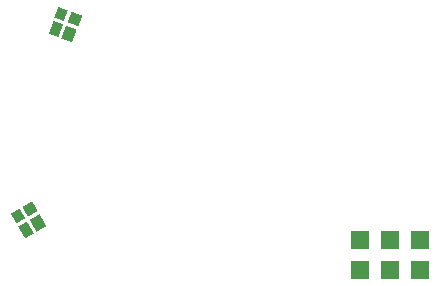
<source format=gbr>
%TF.GenerationSoftware,KiCad,Pcbnew,6.0.11+dfsg-1~bpo11+1*%
%TF.CreationDate,2023-06-13T12:56:10+00:00*%
%TF.ProjectId,USTTHUNDERMILLPCB01,55535454-4855-44e4-9445-524d494c4c50,rev?*%
%TF.SameCoordinates,Original*%
%TF.FileFunction,Paste,Bot*%
%TF.FilePolarity,Positive*%
%FSLAX46Y46*%
G04 Gerber Fmt 4.6, Leading zero omitted, Abs format (unit mm)*
G04 Created by KiCad (PCBNEW 6.0.11+dfsg-1~bpo11+1) date 2023-06-13 12:56:10*
%MOMM*%
%LPD*%
G01*
G04 APERTURE LIST*
G04 Aperture macros list*
%AMRotRect*
0 Rectangle, with rotation*
0 The origin of the aperture is its center*
0 $1 length*
0 $2 width*
0 $3 Rotation angle, in degrees counterclockwise*
0 Add horizontal line*
21,1,$1,$2,0,0,$3*%
G04 Aperture macros list end*
%ADD10RotRect,0.970000X0.950000X160.000000*%
%ADD11RotRect,0.970000X1.150000X160.000000*%
%ADD12RotRect,0.850000X0.950000X160.000000*%
%ADD13RotRect,0.850000X1.150000X160.000000*%
%ADD14RotRect,0.970000X0.950000X210.000000*%
%ADD15RotRect,0.970000X1.150000X210.000000*%
%ADD16RotRect,0.850000X0.950000X210.000000*%
%ADD17RotRect,0.850000X1.150000X210.000000*%
%ADD18R,1.524000X1.524000*%
G04 APERTURE END LIST*
D10*
%TO.C,U6*%
X-14903278Y6204862D03*
D11*
X-15365005Y4936277D03*
D12*
X-16030909Y6615286D03*
D13*
X-16492636Y5346701D03*
%TD*%
D14*
%TO.C,U5*%
X-18655617Y-9930332D03*
D15*
X-17980617Y-11099466D03*
D16*
X-19694847Y-10530332D03*
D17*
X-19019847Y-11699466D03*
%TD*%
D18*
%TO.C,J4*%
X9282400Y-12555800D03*
X9282400Y-15095800D03*
X11822400Y-12555800D03*
X11822400Y-15095800D03*
X14362400Y-12555800D03*
X14362400Y-15095800D03*
%TD*%
M02*

</source>
